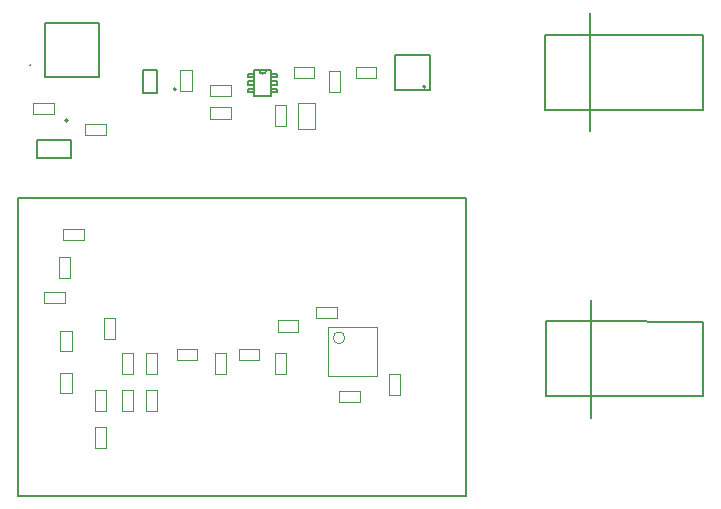
<source format=gbr>
%TF.GenerationSoftware,Altium Limited,Altium Designer,22.6.1 (34)*%
G04 Layer_Color=16711935*
%FSLAX26Y26*%
%MOIN*%
%TF.SameCoordinates,2B337168-DF0E-4336-AB3C-9C7F5D13073F*%
%TF.FilePolarity,Positive*%
%TF.FileFunction,Other,Mechanical_13*%
%TF.Part,Single*%
G01*
G75*
%TA.AperFunction,NonConductor*%
%ADD42C,0.007874*%
%ADD43C,0.005000*%
%ADD69C,0.003937*%
%ADD70C,0.006000*%
D42*
X2738307Y2252953D02*
G03*
X2738307Y2252953I-3937J0D01*
G01*
X1906614Y2244409D02*
G03*
X1906614Y2244409I-3937J0D01*
G01*
X1545276Y2139882D02*
G03*
X1545276Y2139882I-3937J0D01*
G01*
X1420236Y2324606D02*
G03*
X1420236Y2324606I-1968J0D01*
G01*
D43*
X2871654Y887992D02*
Y1880000D01*
X1379528D02*
X2871654D01*
X1379528Y887874D02*
Y1880000D01*
Y887874D02*
X2871575D01*
X3289803Y1470000D02*
X3664606Y1469606D01*
Y1220394D02*
Y1469606D01*
X3289803Y1220000D02*
X3664606Y1220394D01*
X3289803Y1148150D02*
Y1220000D01*
Y1470000D01*
Y1541850D01*
X3139803Y1220000D02*
X3289803D01*
X3139803D02*
Y1470000D01*
X3289803D01*
X3664606Y1469606D01*
Y1220394D02*
Y1469606D01*
X3289803Y1220000D02*
X3664606Y1220394D01*
X3289803Y1148150D02*
Y1220000D01*
Y1470000D01*
Y1541850D01*
X3139803Y1220000D02*
X3289803D01*
X3139803D02*
Y1470000D01*
X3289803D01*
X2635945Y2240945D02*
X2754055D01*
X2635945D02*
Y2359055D01*
X2754055D01*
Y2240945D02*
Y2359055D01*
X1844606Y2230630D02*
Y2309370D01*
X1795394Y2230630D02*
X1844606D01*
X1795394D02*
Y2309370D01*
X1844606D01*
X1442913Y2013504D02*
Y2076496D01*
X1557087Y2013504D02*
Y2076496D01*
X1442913Y2013504D02*
X1557087D01*
X1442913Y2076496D02*
X1557087D01*
X3287677Y2426220D02*
X3662480Y2425827D01*
Y2176614D02*
Y2425827D01*
X3287677Y2176220D02*
X3662480Y2176614D01*
X3287677Y2104370D02*
Y2176220D01*
Y2426220D01*
Y2498071D01*
X3137677Y2176220D02*
X3287677D01*
X3137677D02*
Y2426220D01*
X3287677D01*
X3662480Y2425827D01*
Y2176614D02*
Y2425827D01*
X3287677Y2176220D02*
X3662480Y2176614D01*
X3287677Y2104370D02*
Y2176220D01*
Y2426220D01*
Y2498071D01*
X3137677Y2176220D02*
X3287677D01*
X3137677D02*
Y2426220D01*
X3287677D01*
X1648583Y2286417D02*
Y2463583D01*
X1471417Y2286417D02*
X1648583D01*
X1471417D02*
Y2463583D01*
X1648583D01*
D69*
X2469409Y1415276D02*
G03*
X2469409Y1415276I-19685J0D01*
G01*
X2414291Y1289291D02*
X2575709D01*
X2414291Y1450709D02*
X2575709D01*
Y1289291D02*
Y1450709D01*
X2414291Y1289291D02*
Y1450709D01*
X1673701Y1172992D02*
Y1241890D01*
X1636299Y1172992D02*
Y1241890D01*
X1673701D01*
X1636299Y1172992D02*
X1673701D01*
X1467992Y1531299D02*
X1536890D01*
X1467992Y1568701D02*
X1536890D01*
Y1531299D02*
Y1568701D01*
X1467992Y1531299D02*
Y1568701D01*
X1558701Y1230551D02*
Y1299449D01*
X1521299Y1230551D02*
Y1299449D01*
X1558701D01*
X1521299Y1230551D02*
X1558701D01*
Y1370551D02*
Y1439449D01*
X1521299Y1370551D02*
Y1439449D01*
X1558701D01*
X1521299Y1370551D02*
X1558701D01*
X1673701Y1048110D02*
Y1117008D01*
X1636299Y1048110D02*
Y1117008D01*
X1673701D01*
X1636299Y1048110D02*
X1673701D01*
X1516299Y1615551D02*
Y1684449D01*
X1553701Y1615551D02*
Y1684449D01*
X1516299Y1615551D02*
X1553701D01*
X1516299Y1684449D02*
X1553701D01*
X1703701Y1412992D02*
Y1481890D01*
X1666299Y1412992D02*
Y1481890D01*
X1703701D01*
X1666299Y1412992D02*
X1703701D01*
X1763701Y1172992D02*
Y1241890D01*
X1726299Y1172992D02*
Y1241890D01*
X1763701D01*
X1726299Y1172992D02*
X1763701D01*
X1763701Y1295551D02*
Y1364449D01*
X1726299Y1295551D02*
Y1364449D01*
X1763701D01*
X1726299Y1295551D02*
X1763701D01*
X1843701D02*
Y1364449D01*
X1806299Y1295551D02*
Y1364449D01*
X1843701D01*
X1806299Y1295551D02*
X1843701D01*
X1530551Y1778701D02*
X1599449D01*
X1530551Y1741299D02*
X1599449D01*
X1530551D02*
Y1778701D01*
X1599449Y1741299D02*
Y1778701D01*
X2273701Y1295551D02*
Y1364449D01*
X2236299Y1295551D02*
Y1364449D01*
X2273701D01*
X2236299Y1295551D02*
X2273701D01*
X1908110Y1378701D02*
X1977008D01*
X1908110Y1341299D02*
X1977008D01*
X1908110D02*
Y1378701D01*
X1977008Y1341299D02*
Y1378701D01*
X2245551Y1436299D02*
X2314449D01*
X2245551Y1473701D02*
X2314449D01*
Y1436299D02*
Y1473701D01*
X2245551Y1436299D02*
Y1473701D01*
X2519449Y1201299D02*
Y1238701D01*
X2450551Y1201299D02*
Y1238701D01*
Y1201299D02*
X2519449D01*
X2450551Y1238701D02*
X2519449D01*
X2616299Y1225551D02*
Y1294449D01*
X2653701Y1225551D02*
Y1294449D01*
X2616299Y1225551D02*
X2653701D01*
X2616299Y1294449D02*
X2653701D01*
X2372992Y1518701D02*
X2441890D01*
X2372992Y1481299D02*
X2441890D01*
X2372992D02*
Y1518701D01*
X2441890Y1481299D02*
Y1518701D01*
X1843701Y1173110D02*
Y1242008D01*
X1806299Y1173110D02*
Y1242008D01*
X1843701D01*
X1806299Y1173110D02*
X1843701D01*
X2073701Y1295551D02*
Y1364449D01*
X2036299Y1295551D02*
Y1364449D01*
X2073701D01*
X2036299Y1295551D02*
X2073701D01*
X2115551Y1341299D02*
X2184449D01*
X2115551Y1378701D02*
X2184449D01*
Y1341299D02*
Y1378701D01*
X2115551Y1341299D02*
Y1378701D01*
X2574449Y2281299D02*
Y2318701D01*
X2505551Y2281299D02*
Y2318701D01*
Y2281299D02*
X2574449D01*
X2505551Y2318701D02*
X2574449D01*
X2020551Y2146299D02*
Y2183701D01*
X2089449Y2146299D02*
Y2183701D01*
X2020551D02*
X2089449D01*
X2020551Y2146299D02*
X2089449D01*
X2089449Y2221299D02*
Y2258701D01*
X2020551Y2221299D02*
Y2258701D01*
Y2221299D02*
X2089449D01*
X2020551Y2258701D02*
X2089449D01*
X1499449Y2161299D02*
Y2198701D01*
X1430551Y2161299D02*
Y2198701D01*
Y2161299D02*
X1499449D01*
X1430551Y2198701D02*
X1499449D01*
X2367008Y2281299D02*
Y2318701D01*
X2298110Y2281299D02*
Y2318701D01*
Y2281299D02*
X2367008D01*
X2298110Y2318701D02*
X2367008D01*
X1921299Y2306890D02*
X1958701D01*
X1921299Y2237992D02*
X1958701D01*
Y2306890D01*
X1921299Y2237992D02*
Y2306890D01*
X2368543Y2111693D02*
Y2198307D01*
X2311456Y2111693D02*
Y2198307D01*
X2368543D01*
X2311456Y2111693D02*
X2368543D01*
X2236299Y2122992D02*
X2273701D01*
X2236299Y2191890D02*
X2273701D01*
X2236299Y2122992D02*
Y2191890D01*
X2273701Y2122992D02*
Y2191890D01*
X2416299Y2235551D02*
X2453701D01*
X2416299Y2304449D02*
X2453701D01*
X2416299Y2235551D02*
Y2304449D01*
X2453701Y2235551D02*
Y2304449D01*
X1672008Y2091299D02*
Y2128701D01*
X1603110Y2091299D02*
Y2128701D01*
Y2091299D02*
X1672008D01*
X1603110Y2128701D02*
X1672008D01*
D70*
X2183000Y2308000D02*
G03*
X2207000Y2308000I12000J0D01*
G01*
X2168000Y2285000D02*
Y2296000D01*
X2148000D02*
X2168000D01*
X2148000Y2285000D02*
Y2296000D01*
Y2285000D02*
X2168000D01*
Y2259000D02*
Y2271000D01*
X2148000D02*
X2168000D01*
X2148000Y2259000D02*
Y2271000D01*
Y2259000D02*
X2168000D01*
Y2234000D02*
Y2245000D01*
X2148000D02*
X2168000D01*
X2148000Y2234000D02*
Y2245000D01*
Y2234000D02*
X2168000D01*
X2222000D02*
Y2245000D01*
Y2234000D02*
X2242000D01*
Y2245000D01*
X2222000D02*
X2242000D01*
X2222000Y2259000D02*
Y2271000D01*
Y2259000D02*
X2242000D01*
Y2271000D01*
X2222000D02*
X2242000D01*
X2222000Y2285000D02*
Y2296000D01*
Y2285000D02*
X2242000D01*
Y2296000D01*
X2222000D02*
X2242000D01*
X2168000Y2222000D02*
X2222000D01*
Y2308000D01*
X2207000D02*
X2222000D01*
X2183000D02*
X2207000D01*
X2168000D02*
X2183000D01*
X2168000Y2222000D02*
Y2308000D01*
%TF.MD5,6a8ced4258c73cf6cc598a32d15a291e*%
M02*

</source>
